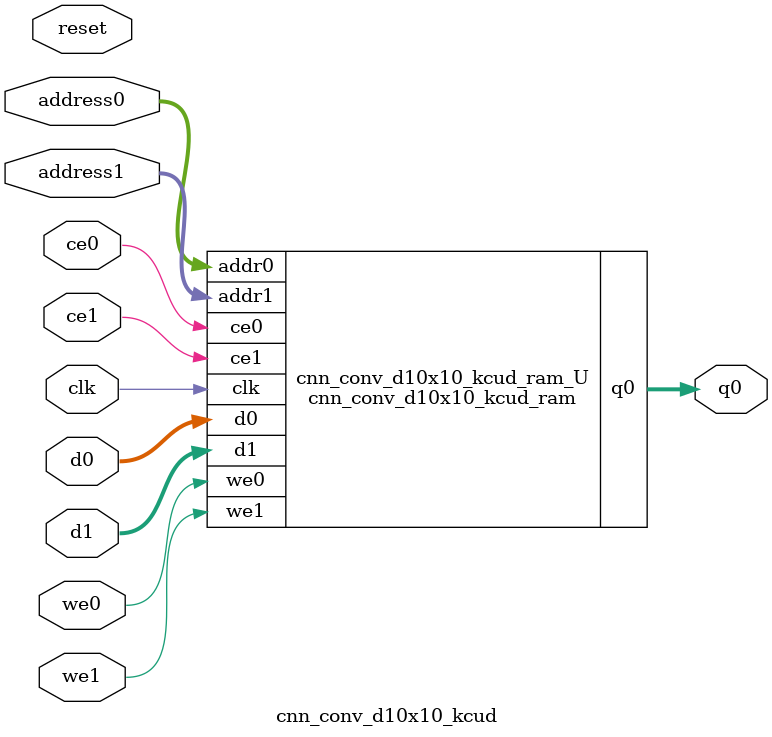
<source format=v>

`timescale 1 ns / 1 ps
module cnn_conv_d10x10_kcud_ram (addr0, ce0, d0, we0, q0, addr1, ce1, d1, we1,  clk);

parameter DWIDTH = 32;
parameter AWIDTH = 4;
parameter MEM_SIZE = 10;

input[AWIDTH-1:0] addr0;
input ce0;
input[DWIDTH-1:0] d0;
input we0;
output reg[DWIDTH-1:0] q0;
input[AWIDTH-1:0] addr1;
input ce1;
input[DWIDTH-1:0] d1;
input we1;
input clk;

(* ram_style = "block" *)reg [DWIDTH-1:0] ram[0:MEM_SIZE-1];




always @(posedge clk)  
begin 
    if (ce0) 
    begin
        if (we0) 
        begin 
            ram[addr0] <= d0; 
            q0 <= d0;
        end 
        else 
            q0 <= ram[addr0];
    end
end


always @(posedge clk)  
begin 
    if (ce1) 
    begin
        if (we1) 
        begin 
            ram[addr1] <= d1; 
        end 
    end
end


endmodule


`timescale 1 ns / 1 ps
module cnn_conv_d10x10_kcud(
    reset,
    clk,
    address0,
    ce0,
    we0,
    d0,
    q0,
    address1,
    ce1,
    we1,
    d1);

parameter DataWidth = 32'd32;
parameter AddressRange = 32'd10;
parameter AddressWidth = 32'd4;
input reset;
input clk;
input[AddressWidth - 1:0] address0;
input ce0;
input we0;
input[DataWidth - 1:0] d0;
output[DataWidth - 1:0] q0;
input[AddressWidth - 1:0] address1;
input ce1;
input we1;
input[DataWidth - 1:0] d1;



cnn_conv_d10x10_kcud_ram cnn_conv_d10x10_kcud_ram_U(
    .clk( clk ),
    .addr0( address0 ),
    .ce0( ce0 ),
    .d0( d0 ),
    .we0( we0 ),
    .q0( q0 ),
    .addr1( address1 ),
    .ce1( ce1 ),
    .d1( d1 ),
    .we1( we1 ));

endmodule


</source>
